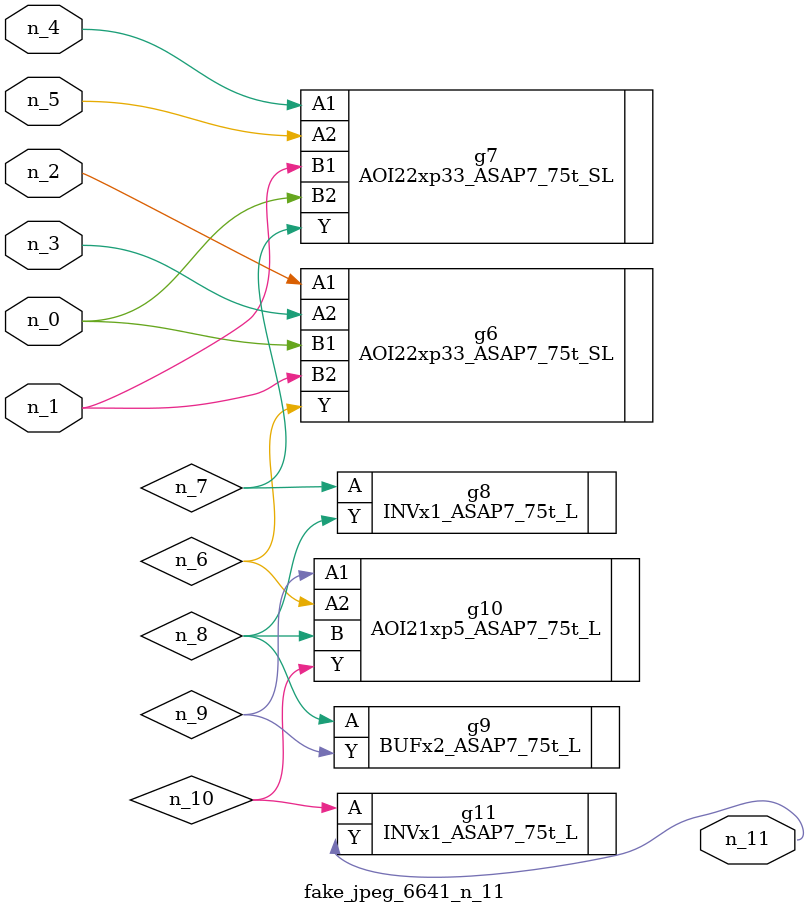
<source format=v>
module fake_jpeg_6641_n_11 (n_3, n_2, n_1, n_0, n_4, n_5, n_11);

input n_3;
input n_2;
input n_1;
input n_0;
input n_4;
input n_5;

output n_11;

wire n_10;
wire n_8;
wire n_9;
wire n_6;
wire n_7;

AOI22xp33_ASAP7_75t_SL g6 ( 
.A1(n_2),
.A2(n_3),
.B1(n_0),
.B2(n_1),
.Y(n_6)
);

AOI22xp33_ASAP7_75t_SL g7 ( 
.A1(n_4),
.A2(n_5),
.B1(n_1),
.B2(n_0),
.Y(n_7)
);

INVx1_ASAP7_75t_L g8 ( 
.A(n_7),
.Y(n_8)
);

BUFx2_ASAP7_75t_L g9 ( 
.A(n_8),
.Y(n_9)
);

AOI21xp5_ASAP7_75t_L g10 ( 
.A1(n_9),
.A2(n_6),
.B(n_8),
.Y(n_10)
);

INVx1_ASAP7_75t_L g11 ( 
.A(n_10),
.Y(n_11)
);


endmodule
</source>
